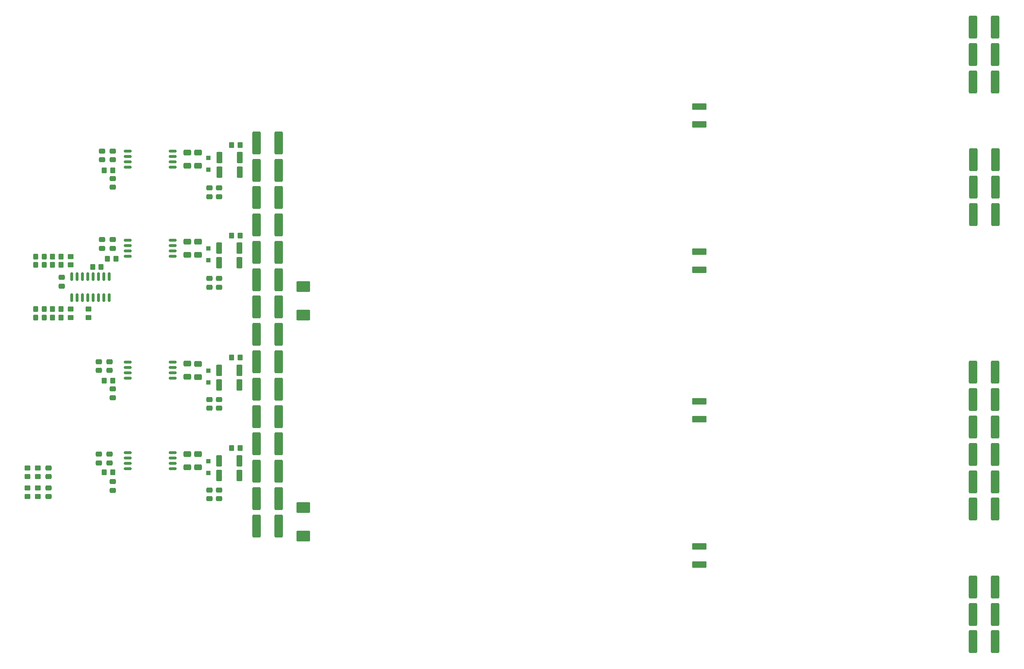
<source format=gbr>
%TF.GenerationSoftware,KiCad,Pcbnew,7.0.6*%
%TF.CreationDate,2023-08-12T12:52:25-07:00*%
%TF.ProjectId,Aux Power Supply V5,41757820-506f-4776-9572-20537570706c,rev?*%
%TF.SameCoordinates,Original*%
%TF.FileFunction,Paste,Top*%
%TF.FilePolarity,Positive*%
%FSLAX46Y46*%
G04 Gerber Fmt 4.6, Leading zero omitted, Abs format (unit mm)*
G04 Created by KiCad (PCBNEW 7.0.6) date 2023-08-12 12:52:25*
%MOMM*%
%LPD*%
G01*
G04 APERTURE LIST*
G04 Aperture macros list*
%AMRoundRect*
0 Rectangle with rounded corners*
0 $1 Rounding radius*
0 $2 $3 $4 $5 $6 $7 $8 $9 X,Y pos of 4 corners*
0 Add a 4 corners polygon primitive as box body*
4,1,4,$2,$3,$4,$5,$6,$7,$8,$9,$2,$3,0*
0 Add four circle primitives for the rounded corners*
1,1,$1+$1,$2,$3*
1,1,$1+$1,$4,$5*
1,1,$1+$1,$6,$7*
1,1,$1+$1,$8,$9*
0 Add four rect primitives between the rounded corners*
20,1,$1+$1,$2,$3,$4,$5,0*
20,1,$1+$1,$4,$5,$6,$7,0*
20,1,$1+$1,$6,$7,$8,$9,0*
20,1,$1+$1,$8,$9,$2,$3,0*%
G04 Aperture macros list end*
%ADD10RoundRect,0.249999X0.737501X2.450001X-0.737501X2.450001X-0.737501X-2.450001X0.737501X-2.450001X0*%
%ADD11RoundRect,0.250000X0.650000X-0.412500X0.650000X0.412500X-0.650000X0.412500X-0.650000X-0.412500X0*%
%ADD12RoundRect,0.250000X-0.475000X0.337500X-0.475000X-0.337500X0.475000X-0.337500X0.475000X0.337500X0*%
%ADD13RoundRect,0.250000X1.450000X-0.537500X1.450000X0.537500X-1.450000X0.537500X-1.450000X-0.537500X0*%
%ADD14RoundRect,0.250000X0.350000X0.450000X-0.350000X0.450000X-0.350000X-0.450000X0.350000X-0.450000X0*%
%ADD15RoundRect,0.150000X-0.750000X-0.150000X0.750000X-0.150000X0.750000X0.150000X-0.750000X0.150000X0*%
%ADD16RoundRect,0.250000X-0.350000X-0.450000X0.350000X-0.450000X0.350000X0.450000X-0.350000X0.450000X0*%
%ADD17RoundRect,0.250000X0.450000X-0.350000X0.450000X0.350000X-0.450000X0.350000X-0.450000X-0.350000X0*%
%ADD18RoundRect,0.249999X0.450001X1.075001X-0.450001X1.075001X-0.450001X-1.075001X0.450001X-1.075001X0*%
%ADD19RoundRect,0.250000X0.475000X-0.337500X0.475000X0.337500X-0.475000X0.337500X-0.475000X-0.337500X0*%
%ADD20RoundRect,0.250000X0.300000X-0.300000X0.300000X0.300000X-0.300000X0.300000X-0.300000X-0.300000X0*%
%ADD21RoundRect,0.250000X-0.450000X0.350000X-0.450000X-0.350000X0.450000X-0.350000X0.450000X0.350000X0*%
%ADD22RoundRect,0.250000X1.400000X1.000000X-1.400000X1.000000X-1.400000X-1.000000X1.400000X-1.000000X0*%
%ADD23RoundRect,0.250000X-0.325000X-0.450000X0.325000X-0.450000X0.325000X0.450000X-0.325000X0.450000X0*%
%ADD24RoundRect,0.150000X0.150000X-0.825000X0.150000X0.825000X-0.150000X0.825000X-0.150000X-0.825000X0*%
G04 APERTURE END LIST*
D10*
%TO.C,C70*%
X316137500Y-173500000D03*
X310862500Y-173500000D03*
%TD*%
D11*
%TO.C,C54*%
X127000000Y-98427500D03*
X127000000Y-95302500D03*
%TD*%
D12*
%TO.C,C33*%
X132000000Y-175462500D03*
X132000000Y-177537500D03*
%TD*%
D13*
%TO.C,C63*%
X246000000Y-123137500D03*
X246000000Y-118862500D03*
%TD*%
D10*
%TO.C,C82*%
X316275000Y-97000000D03*
X311000000Y-97000000D03*
%TD*%
%TO.C,C9*%
X146137500Y-119000000D03*
X140862500Y-119000000D03*
%TD*%
%TO.C,C17*%
X146137500Y-99500000D03*
X140862500Y-99500000D03*
%TD*%
%TO.C,C80*%
X316275000Y-110000000D03*
X311000000Y-110000000D03*
%TD*%
%TO.C,C7*%
X146137500Y-132000000D03*
X140862500Y-132000000D03*
%TD*%
%TO.C,C76*%
X316137500Y-65500000D03*
X310862500Y-65500000D03*
%TD*%
%TO.C,C79*%
X316137500Y-72000000D03*
X310862500Y-72000000D03*
%TD*%
D14*
%TO.C,R10*%
X94500000Y-122000000D03*
X92500000Y-122000000D03*
%TD*%
D12*
%TO.C,C39*%
X104250000Y-115962500D03*
X104250000Y-118037500D03*
%TD*%
D15*
%TO.C,U7*%
X110350000Y-94960000D03*
X110350000Y-96230000D03*
X110350000Y-97500000D03*
X110350000Y-98770000D03*
X121000000Y-98770000D03*
X121000000Y-97500000D03*
X121000000Y-96230000D03*
X121000000Y-94960000D03*
%TD*%
D12*
%TO.C,C43*%
X106750000Y-115962500D03*
X106750000Y-118037500D03*
%TD*%
D16*
%TO.C,R32*%
X135000000Y-165500000D03*
X137000000Y-165500000D03*
%TD*%
D17*
%TO.C,R13*%
X96750000Y-134500000D03*
X96750000Y-132500000D03*
%TD*%
D16*
%TO.C,R9*%
X92500000Y-134500000D03*
X94500000Y-134500000D03*
%TD*%
D18*
%TO.C,R26*%
X136800000Y-147000000D03*
X132000000Y-147000000D03*
%TD*%
D10*
%TO.C,C5*%
X146137500Y-125500000D03*
X140862500Y-125500000D03*
%TD*%
D12*
%TO.C,C45*%
X103500000Y-166962500D03*
X103500000Y-169037500D03*
%TD*%
D10*
%TO.C,C77*%
X316137500Y-211500000D03*
X310862500Y-211500000D03*
%TD*%
D19*
%TO.C,C92*%
X106750000Y-175537500D03*
X106750000Y-173462500D03*
%TD*%
D10*
%TO.C,C83*%
X316275000Y-103500000D03*
X311000000Y-103500000D03*
%TD*%
%TO.C,C8*%
X146137500Y-171000000D03*
X140862500Y-171000000D03*
%TD*%
%TO.C,C6*%
X146137500Y-184000000D03*
X140862500Y-184000000D03*
%TD*%
D20*
%TO.C,D2*%
X129500000Y-120900000D03*
X129500000Y-118100000D03*
%TD*%
D11*
%TO.C,C56*%
X124500000Y-119562500D03*
X124500000Y-116437500D03*
%TD*%
D12*
%TO.C,C30*%
X129750000Y-103712500D03*
X129750000Y-105787500D03*
%TD*%
D11*
%TO.C,C57*%
X127000000Y-119562500D03*
X127000000Y-116437500D03*
%TD*%
%TO.C,C52*%
X124500000Y-170062500D03*
X124500000Y-166937500D03*
%TD*%
D13*
%TO.C,C64*%
X246000000Y-158637500D03*
X246000000Y-154362500D03*
%TD*%
D12*
%TO.C,C18*%
X91500000Y-170212500D03*
X91500000Y-172287500D03*
%TD*%
D18*
%TO.C,R22*%
X136900000Y-96500000D03*
X132100000Y-96500000D03*
%TD*%
D10*
%TO.C,C4*%
X146137500Y-145000000D03*
X140862500Y-145000000D03*
%TD*%
%TO.C,C81*%
X316137500Y-198500000D03*
X310862500Y-198500000D03*
%TD*%
%TO.C,C11*%
X146137500Y-112500000D03*
X140862500Y-112500000D03*
%TD*%
D18*
%TO.C,R23*%
X136800000Y-121500000D03*
X132000000Y-121500000D03*
%TD*%
D12*
%TO.C,C40*%
X103500000Y-144962500D03*
X103500000Y-147037500D03*
%TD*%
D21*
%TO.C,R6*%
X86500000Y-170250000D03*
X86500000Y-172250000D03*
%TD*%
D18*
%TO.C,R27*%
X136800000Y-172000000D03*
X132000000Y-172000000D03*
%TD*%
D12*
%TO.C,C37*%
X129750000Y-175462500D03*
X129750000Y-177537500D03*
%TD*%
D22*
%TO.C,D7*%
X152000000Y-133900000D03*
X152000000Y-127100000D03*
%TD*%
D10*
%TO.C,C68*%
X316137500Y-180000000D03*
X310862500Y-180000000D03*
%TD*%
D13*
%TO.C,C65*%
X246000000Y-193137500D03*
X246000000Y-188862500D03*
%TD*%
D21*
%TO.C,R38*%
X89000000Y-175000000D03*
X89000000Y-177000000D03*
%TD*%
D19*
%TO.C,C88*%
X91500000Y-177037500D03*
X91500000Y-174962500D03*
%TD*%
%TO.C,C90*%
X106750000Y-153537500D03*
X106750000Y-151462500D03*
%TD*%
D15*
%TO.C,U9*%
X110350000Y-145095000D03*
X110350000Y-146365000D03*
X110350000Y-147635000D03*
X110350000Y-148905000D03*
X121000000Y-148905000D03*
X121000000Y-147635000D03*
X121000000Y-146365000D03*
X121000000Y-145095000D03*
%TD*%
%TO.C,U10*%
X110350000Y-166595000D03*
X110350000Y-167865000D03*
X110350000Y-169135000D03*
X110350000Y-170405000D03*
X121000000Y-170405000D03*
X121000000Y-169135000D03*
X121000000Y-167865000D03*
X121000000Y-166595000D03*
%TD*%
D16*
%TO.C,R31*%
X135000000Y-144000000D03*
X137000000Y-144000000D03*
%TD*%
D10*
%TO.C,C67*%
X316137500Y-78500000D03*
X310862500Y-78500000D03*
%TD*%
D23*
%TO.C,L3*%
X88475000Y-132500000D03*
X90525000Y-132500000D03*
%TD*%
D18*
%TO.C,R28*%
X136800000Y-168500000D03*
X132000000Y-168500000D03*
%TD*%
D11*
%TO.C,C53*%
X127000000Y-170062500D03*
X127000000Y-166937500D03*
%TD*%
D21*
%TO.C,R14*%
X96750000Y-120000000D03*
X96750000Y-122000000D03*
%TD*%
D23*
%TO.C,L5*%
X88475000Y-122000000D03*
X90525000Y-122000000D03*
%TD*%
%TO.C,L4*%
X88475000Y-134500000D03*
X90525000Y-134500000D03*
%TD*%
D16*
%TO.C,R20*%
X102000000Y-122500000D03*
X104000000Y-122500000D03*
%TD*%
D12*
%TO.C,C41*%
X106000000Y-166962500D03*
X106000000Y-169037500D03*
%TD*%
D18*
%TO.C,R21*%
X136900000Y-100000000D03*
X132100000Y-100000000D03*
%TD*%
D20*
%TO.C,D1*%
X129500000Y-99400000D03*
X129500000Y-96600000D03*
%TD*%
D12*
%TO.C,C44*%
X106000000Y-144962500D03*
X106000000Y-147037500D03*
%TD*%
D21*
%TO.C,R19*%
X101000000Y-132500000D03*
X101000000Y-134500000D03*
%TD*%
D10*
%TO.C,C75*%
X316137500Y-205000000D03*
X310862500Y-205000000D03*
%TD*%
D12*
%TO.C,C34*%
X132000000Y-103712500D03*
X132000000Y-105787500D03*
%TD*%
D18*
%TO.C,R25*%
X136800000Y-150500000D03*
X132000000Y-150500000D03*
%TD*%
D20*
%TO.C,D3*%
X129500000Y-149900000D03*
X129500000Y-147100000D03*
%TD*%
D10*
%TO.C,C3*%
X146137500Y-106000000D03*
X140862500Y-106000000D03*
%TD*%
D15*
%TO.C,U8*%
X110350000Y-116095000D03*
X110350000Y-117365000D03*
X110350000Y-118635000D03*
X110350000Y-119905000D03*
X121000000Y-119905000D03*
X121000000Y-118635000D03*
X121000000Y-117365000D03*
X121000000Y-116095000D03*
%TD*%
D10*
%TO.C,C12*%
X146137500Y-177500000D03*
X140862500Y-177500000D03*
%TD*%
D12*
%TO.C,C31*%
X132000000Y-125212500D03*
X132000000Y-127287500D03*
%TD*%
D16*
%TO.C,R30*%
X135000000Y-115000000D03*
X137000000Y-115000000D03*
%TD*%
D11*
%TO.C,C51*%
X127000000Y-148625000D03*
X127000000Y-145500000D03*
%TD*%
D19*
%TO.C,C89*%
X106750000Y-103537500D03*
X106750000Y-101462500D03*
%TD*%
D18*
%TO.C,R24*%
X136800000Y-118000000D03*
X132000000Y-118000000D03*
%TD*%
D16*
%TO.C,R29*%
X135000000Y-93500000D03*
X137000000Y-93500000D03*
%TD*%
D10*
%TO.C,C72*%
X316137500Y-167000000D03*
X310862500Y-167000000D03*
%TD*%
%TO.C,C10*%
X146137500Y-158000000D03*
X140862500Y-158000000D03*
%TD*%
D22*
%TO.C,D5*%
X152000000Y-186400000D03*
X152000000Y-179600000D03*
%TD*%
D24*
%TO.C,U2*%
X97055000Y-129725000D03*
X98325000Y-129725000D03*
X99595000Y-129725000D03*
X100865000Y-129725000D03*
X102135000Y-129725000D03*
X103405000Y-129725000D03*
X104675000Y-129725000D03*
X105945000Y-129725000D03*
X105945000Y-124775000D03*
X104675000Y-124775000D03*
X103405000Y-124775000D03*
X102135000Y-124775000D03*
X100865000Y-124775000D03*
X99595000Y-124775000D03*
X98325000Y-124775000D03*
X97055000Y-124775000D03*
%TD*%
D20*
%TO.C,D4*%
X129500000Y-171400000D03*
X129500000Y-168600000D03*
%TD*%
D11*
%TO.C,C46*%
X124500000Y-98427500D03*
X124500000Y-95302500D03*
%TD*%
D14*
%TO.C,R39*%
X106750000Y-99500000D03*
X104750000Y-99500000D03*
%TD*%
D10*
%TO.C,C2*%
X146137500Y-151500000D03*
X140862500Y-151500000D03*
%TD*%
D14*
%TO.C,R42*%
X106750000Y-171250000D03*
X104750000Y-171250000D03*
%TD*%
D23*
%TO.C,L6*%
X88475000Y-120000000D03*
X90525000Y-120000000D03*
%TD*%
D12*
%TO.C,C38*%
X104250000Y-94962500D03*
X104250000Y-97037500D03*
%TD*%
D10*
%TO.C,C1*%
X146137500Y-93000000D03*
X140862500Y-93000000D03*
%TD*%
%TO.C,C50*%
X316137500Y-160500000D03*
X310862500Y-160500000D03*
%TD*%
D17*
%TO.C,R7*%
X89000000Y-172250000D03*
X89000000Y-170250000D03*
%TD*%
D12*
%TO.C,C32*%
X132000000Y-153962500D03*
X132000000Y-156037500D03*
%TD*%
D10*
%TO.C,C49*%
X316137500Y-154000000D03*
X310862500Y-154000000D03*
%TD*%
D14*
%TO.C,R41*%
X107500000Y-120500000D03*
X105500000Y-120500000D03*
%TD*%
D10*
%TO.C,C13*%
X146137500Y-138500000D03*
X140862500Y-138500000D03*
%TD*%
D14*
%TO.C,R40*%
X106750000Y-149500000D03*
X104750000Y-149500000D03*
%TD*%
D12*
%TO.C,C35*%
X129750000Y-125212500D03*
X129750000Y-127287500D03*
%TD*%
D10*
%TO.C,C47*%
X316137500Y-147500000D03*
X310862500Y-147500000D03*
%TD*%
D12*
%TO.C,C36*%
X129750000Y-153962500D03*
X129750000Y-156037500D03*
%TD*%
D17*
%TO.C,R37*%
X86500000Y-177000000D03*
X86500000Y-175000000D03*
%TD*%
D12*
%TO.C,C42*%
X106750000Y-94962500D03*
X106750000Y-97037500D03*
%TD*%
D16*
%TO.C,R11*%
X92500000Y-120000000D03*
X94500000Y-120000000D03*
%TD*%
D12*
%TO.C,C21*%
X94650000Y-124962500D03*
X94650000Y-127037500D03*
%TD*%
D14*
%TO.C,R8*%
X94500000Y-132500000D03*
X92500000Y-132500000D03*
%TD*%
D13*
%TO.C,C62*%
X246000000Y-88637500D03*
X246000000Y-84362500D03*
%TD*%
D11*
%TO.C,C48*%
X124500000Y-148562500D03*
X124500000Y-145437500D03*
%TD*%
D10*
%TO.C,C14*%
X146137500Y-164500000D03*
X140862500Y-164500000D03*
%TD*%
M02*

</source>
